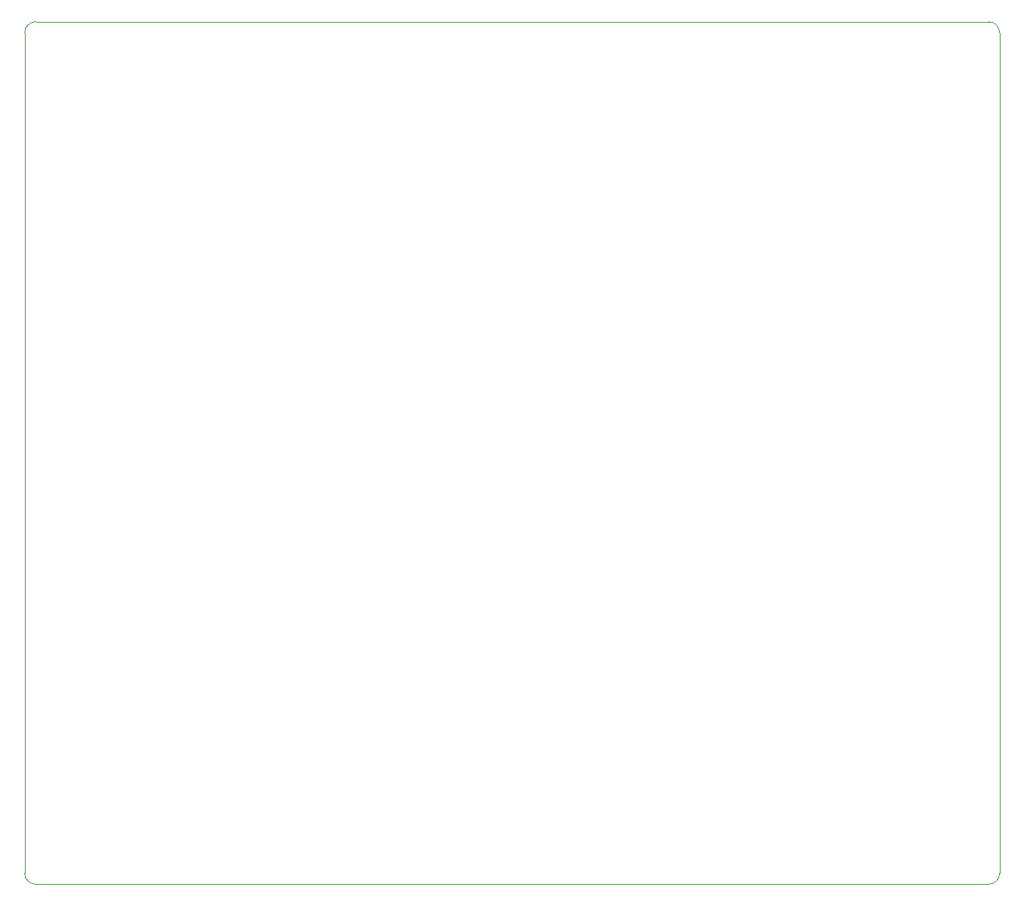
<source format=gbr>
G04 #@! TF.GenerationSoftware,KiCad,Pcbnew,(5.1.5)-3*
G04 #@! TF.CreationDate,2020-12-24T17:13:42-08:00*
G04 #@! TF.ProjectId,edge-key-seventeen,65646765-2d6b-4657-992d-736576656e74,v1.0 rev 1*
G04 #@! TF.SameCoordinates,PX7616b68PY2a640d0*
G04 #@! TF.FileFunction,Profile,NP*
%FSLAX46Y46*%
G04 Gerber Fmt 4.6, Leading zero omitted, Abs format (unit mm)*
G04 Created by KiCad (PCBNEW (5.1.5)-3) date 2020-12-24 17:13:42*
%MOMM*%
%LPD*%
G04 APERTURE LIST*
G04 #@! TA.AperFunction,Profile*
%ADD10C,0.050000*%
G04 #@! TD*
G04 APERTURE END LIST*
D10*
X112712500Y-98425000D02*
G75*
G02X111442500Y-99695000I-1270000J0D01*
G01*
X1270000Y-99695000D02*
X111442500Y-99695000D01*
X1270000Y-99695000D02*
G75*
G02X0Y-98425000I0J1270000D01*
G01*
X0Y-1270000D02*
X0Y-98425000D01*
X112712500Y-1270000D02*
X112712500Y-98425000D01*
X111442500Y0D02*
G75*
G02X112712500Y-1270000I0J-1270000D01*
G01*
X1270000Y0D02*
X111442500Y0D01*
X0Y-1270000D02*
G75*
G02X1270000Y0I1270000J0D01*
G01*
M02*

</source>
